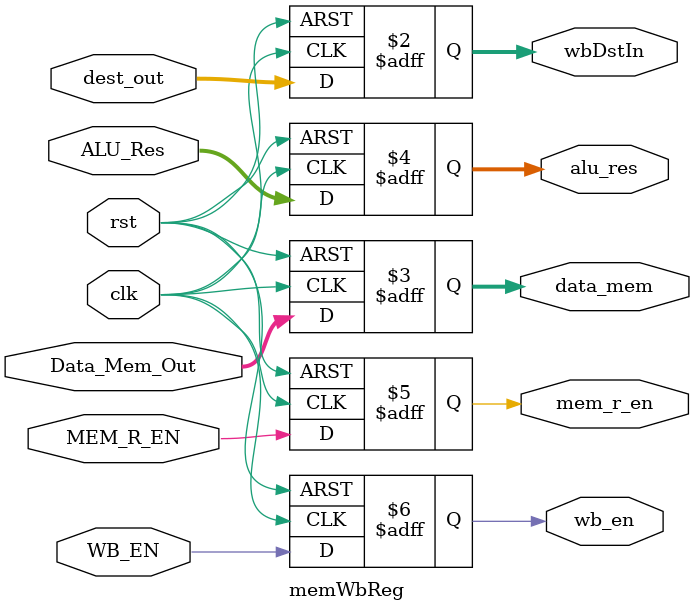
<source format=sv>
`timescale 1ns/1ns
module memWbReg(
  input clk,
  input rst,
  input [31:0] ALU_Res,
  input [31:0] Data_Mem_Out,
  input MEM_R_EN,
  input WB_EN,
  input [3:0] dest_out,
  output reg [3:0] wbDstIn,
  output reg [31:0] data_mem,
  output reg [31:0] alu_res,
  output reg mem_r_en,
  output reg wb_en
);
  
  always@(posedge clk, posedge rst) begin
    if(rst) {wbDstIn, data_mem, alu_res, mem_r_en, wb_en} = 69'b0;
    
    else begin
      wbDstIn <= dest_out;
      data_mem <= Data_Mem_Out;
      alu_res <= ALU_Res;
      mem_r_en <= MEM_R_EN;
      wb_en <= WB_EN;
    end
  end
  
endmodule
</source>
